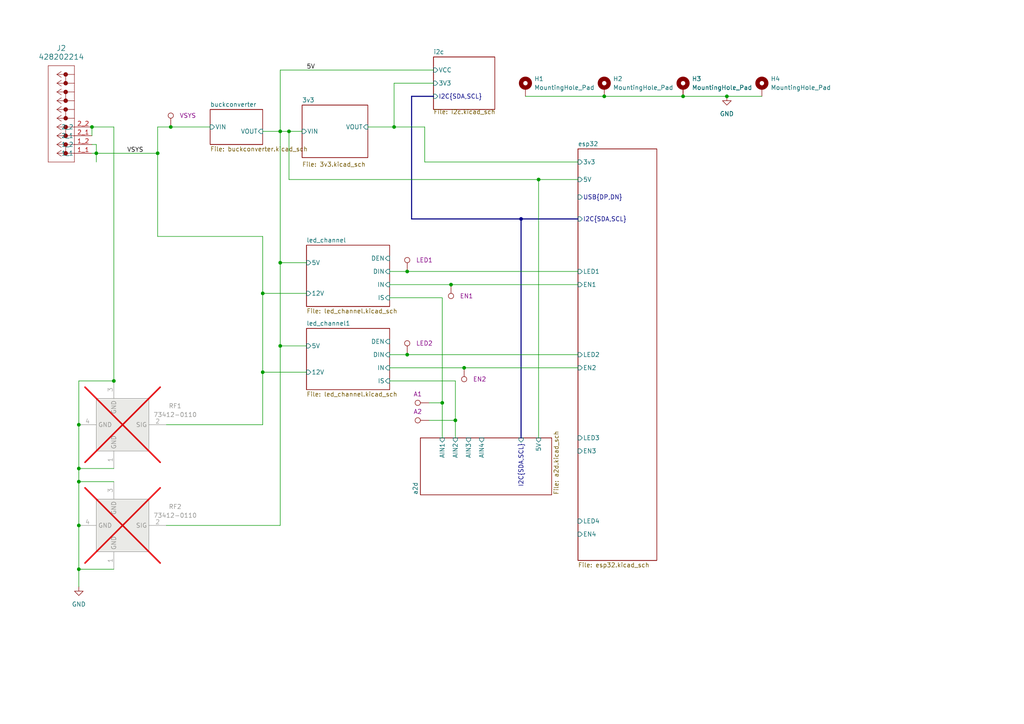
<source format=kicad_sch>
(kicad_sch (version 20250114) (generator "eeschema") (generator_version "9.0")
  (paper "A4")
  (lib_symbols
    (symbol "Mechanical:MountingHole_Pad" (pin_numbers (hide yes)) (pin_names (offset 1.016) (hide yes)) (exclude_from_sim yes) (in_bom no)
      (property "Reference" "H" (at 0 6.35 0))
      (property "Value" "MountingHole_Pad" (at 0 4.445 0))
      (symbol "MountingHole_Pad_0_1"
        (circle (center 0 1.27) (radius 1.27) (stroke (width 1.27)))
      )
      (symbol "MountingHole_Pad_1_1"
        (pin input line (at 0 -2.54 90) (length 2.54) (name "1") (number "1"))
      )
    )
    (symbol "easyeda2kicad:428202214" (pin_names (offset 0.254))
      (property "Reference" "J" (at 8.89 6.35 0))
      (property "Value" "428202214" (at 0 0 0))
      (symbol "428202214_1_1"
        (polyline (pts (xy 5.08 2.54) (xy 5.08 -25.4)) (stroke (width 0.127)))
        (polyline (pts (xy 5.08 -25.4) (xy 12.7 -25.4)) (stroke (width 0.127)))
        (polyline (pts (xy 7.62 0) (xy 7.62 -2.54)) (stroke (width 0.127)))
        (circle (center 7.62 0) (radius 0.127) (stroke (width 0.508)))
        (circle (center 7.62 -2.54) (radius 0.127) (stroke (width 0.508)))
        (polyline (pts (xy 7.62 -5.08) (xy 7.62 -7.62)) (stroke (width 0.127)))
        (circle (center 7.62 -5.08) (radius 0.127) (stroke (width 0.508)))
        (circle (center 7.62 -7.62) (radius 0.127) (stroke (width 0.508)))
        (polyline (pts (xy 7.62 -10.16) (xy 7.62 -12.7)) (stroke (width 0.127)))
        (circle (center 7.62 -10.16) (radius 0.127) (stroke (width 0.508)))
        (circle (center 7.62 -12.7) (radius 0.127) (stroke (width 0.508)))
        (polyline (pts (xy 7.62 -15.24) (xy 7.62 -17.78)) (stroke (width 0.127)))
        (circle (center 7.62 -15.24) (radius 0.127) (stroke (width 0.508)))
        (circle (center 7.62 -17.78) (radius 0.127) (stroke (width 0.508)))
        (polyline (pts (xy 7.62 -20.32) (xy 7.62 -22.86)) (stroke (width 0.127)))
        (circle (center 7.62 -20.32) (radius 0.127) (stroke (width 0.508)))
        (circle (center 7.62 -22.86) (radius 0.127) (stroke (width 0.508)))
        (polyline (pts (xy 10.16 0) (xy 5.08 0)) (stroke (width 0.127)))
        (polyline (pts (xy 10.16 0) (xy 8.89 0.8467)) (stroke (width 0.127)))
        (polyline (pts (xy 10.16 0) (xy 8.89 -0.8467)) (stroke (width 0.127)))
        (polyline (pts (xy 10.16 -2.54) (xy 5.08 -2.54)) (stroke (width 0.127)))
        (polyline (pts (xy 10.16 -2.54) (xy 8.89 -1.6933)) (stroke (width 0.127)))
        (polyline (pts (xy 10.16 -2.54) (xy 8.89 -3.3867)) (stroke (width 0.127)))
        (polyline (pts (xy 10.16 -5.08) (xy 5.08 -5.08)) (stroke (width 0.127)))
        (polyline (pts (xy 10.16 -5.08) (xy 8.89 -4.2333)) (stroke (width 0.127)))
        (polyline (pts (xy 10.16 -5.08) (xy 8.89 -5.9267)) (stroke (width 0.127)))
        (polyline (pts (xy 10.16 -7.62) (xy 5.08 -7.62)) (stroke (width 0.127)))
        (polyline (pts (xy 10.16 -7.62) (xy 8.89 -6.7733)) (stroke (width 0.127)))
        (polyline (pts (xy 10.16 -7.62) (xy 8.89 -8.4667)) (stroke (width 0.127)))
        (polyline (pts (xy 10.16 -10.16) (xy 5.08 -10.16)) (stroke (width 0.127)))
        (polyline (pts (xy 10.16 -10.16) (xy 8.89 -9.3133)) (stroke (width 0.127)))
        (polyline (pts (xy 10.16 -10.16) (xy 8.89 -11.0067)) (stroke (width 0.127)))
        (polyline (pts (xy 10.16 -12.7) (xy 5.08 -12.7)) (stroke (width 0.127)))
        (polyline (pts (xy 10.16 -12.7) (xy 8.89 -11.8533)) (stroke (width 0.127)))
        (polyline (pts (xy 10.16 -12.7) (xy 8.89 -13.5467)) (stroke (width 0.127)))
        (polyline (pts (xy 10.16 -15.24) (xy 5.08 -15.24)) (stroke (width 0.127)))
        (polyline (pts (xy 10.16 -15.24) (xy 8.89 -14.3933)) (stroke (width 0.127)))
        (polyline (pts (xy 10.16 -15.24) (xy 8.89 -16.0867)) (stroke (width 0.127)))
        (polyline (pts (xy 10.16 -17.78) (xy 5.08 -17.78)) (stroke (width 0.127)))
        (polyline (pts (xy 10.16 -17.78) (xy 8.89 -16.9333)) (stroke (width 0.127)))
        (polyline (pts (xy 10.16 -17.78) (xy 8.89 -18.6267)) (stroke (width 0.127)))
        (polyline (pts (xy 10.16 -20.32) (xy 5.08 -20.32)) (stroke (width 0.127)))
        (polyline (pts (xy 10.16 -20.32) (xy 8.89 -19.4733)) (stroke (width 0.127)))
        (polyline (pts (xy 10.16 -20.32) (xy 8.89 -21.1667)) (stroke (width 0.127)))
        (polyline (pts (xy 10.16 -22.86) (xy 5.08 -22.86)) (stroke (width 0.127)))
        (polyline (pts (xy 10.16 -22.86) (xy 8.89 -22.0133)) (stroke (width 0.127)))
        (polyline (pts (xy 10.16 -22.86) (xy 8.89 -23.7067)) (stroke (width 0.127)))
        (polyline (pts (xy 12.7 2.54) (xy 5.08 2.54)) (stroke (width 0.127)))
        (polyline (pts (xy 12.7 -25.4) (xy 12.7 2.54)) (stroke (width 0.127)))
        (pin unspecified line (at 0 0 0) (length 5.08) (name "1_1") (number "1_1"))
        (pin unspecified line (at 0 -2.54 0) (length 5.08) (name "1_2") (number "1_2"))
        (pin unspecified line (at 0 -5.08 0) (length 5.08) (name "2_1") (number "2_1"))
        (pin unspecified line (at 0 -7.62 0) (length 5.08) (name "2_2") (number "2_2"))
      )
      (symbol "428202214_1_2"
        (polyline (pts (xy 5.08 2.54) (xy 5.08 -10.16)) (stroke (width 0.127)))
        (polyline (pts (xy 5.08 -10.16) (xy 12.7 -10.16)) (stroke (width 0.127)))
        (polyline (pts (xy 6.35 0) (xy 6.35 -2.54)) (stroke (width 0.127)))
        (circle (center 6.35 0) (radius 0.127) (stroke (width 0.508)))
        (circle (center 6.35 -2.54) (radius 0.127) (stroke (width 0.508)))
        (polyline (pts (xy 6.35 -5.08) (xy 6.35 -7.62)) (stroke (width 0.127)))
        (circle (center 6.35 -5.08) (radius 0.127) (stroke (width 0.508)))
        (circle (center 6.35 -7.62) (radius 0.127) (stroke (width 0.508)))
        (polyline (pts (xy 7.62 0) (xy 5.08 0)) (stroke (width 0.127)))
        (polyline (pts (xy 7.62 0) (xy 8.89 0.8467)) (stroke (width 0.127)))
        (polyline (pts (xy 7.62 0) (xy 8.89 -0.8467)) (stroke (width 0.127)))
        (polyline (pts (xy 7.62 -2.54) (xy 5.08 -2.54)) (stroke (width 0.127)))
        (polyline (pts (xy 7.62 -2.54) (xy 8.89 -1.6933)) (stroke (width 0.127)))
        (polyline (pts (xy 7.62 -2.54) (xy 8.89 -3.3867)) (stroke (width 0.127)))
        (polyline (pts (xy 7.62 -5.08) (xy 5.08 -5.08)) (stroke (width 0.127)))
        (polyline (pts (xy 7.62 -5.08) (xy 8.89 -4.2333)) (stroke (width 0.127)))
        (polyline (pts (xy 7.62 -5.08) (xy 8.89 -5.9267)) (stroke (width 0.127)))
        (polyline (pts (xy 7.62 -7.62) (xy 5.08 -7.62)) (stroke (width 0.127)))
        (polyline (pts (xy 7.62 -7.62) (xy 8.89 -6.7733)) (stroke (width 0.127)))
        (polyline (pts (xy 7.62 -7.62) (xy 8.89 -8.4667)) (stroke (width 0.127)))
        (polyline (pts (xy 12.7 2.54) (xy 5.08 2.54)) (stroke (width 0.127)))
        (polyline (pts (xy 12.7 -10.16) (xy 12.7 2.54)) (stroke (width 0.127)))
        (pin unspecified line (at 0 0 0) (length 5.08) (name "1_1") (number "1_1"))
        (pin unspecified line (at 0 -2.54 0) (length 5.08) (name "1_2") (number "1_2"))
        (pin unspecified line (at 0 -5.08 0) (length 5.08) (name "2_1") (number "2_1"))
        (pin unspecified line (at 0 -7.62 0) (length 5.08) (name "2_2") (number "2_2"))
      )
    )
    (symbol "easyeda2kicad:73412-0110"
      (property "Reference" "RF" (at 0 20.32 0))
      (property "Value" "73412-0110" (at 0 -15.24 0))
      (symbol "73412-0110_0_1"
        (rectangle (start -7.62 10.16) (end 7.62 -5.08) (fill (type background)))
        (pin unspecified line (at -12.7 5.08 0) (length 5.08) (name "GND") (number "1"))
        (pin unspecified line (at 0 15.24 270) (length 5.08) (name "GND") (number "4"))
        (pin unspecified line (at 0 -10.16 90) (length 5.08) (name "SIG") (number "2"))
        (pin unspecified line (at 12.7 5.08 180) (length 5.08) (name "GND") (number "3"))
      )
    )
    (symbol "easyeda2kicad:LabeledTestPoint" (pin_numbers (hide yes)) (pin_names (offset 0.762) (hide yes)) (in_bom no)
      (property "Label" "label" (at 0 5.08 0))
      (symbol "LabeledTestPoint_0_1"
        (circle (center 0 3.302) (radius 0.762))
      )
      (symbol "LabeledTestPoint_1_1"
        (pin passive line (at 0 0 90) (length 2.54) (name "1") (number "1"))
      )
    )
    (symbol "power:GND" (power) (pin_numbers (hide yes)) (pin_names (offset 0) (hide yes))
      (property "Value" "GND" (at 0 -3.81 0))
      (symbol "GND_0_1"
        (polyline (pts (xy 0 0) (xy 0 -1.27) (xy 1.27 -1.27) (xy 0 -2.54) (xy -1.27 -1.27) (xy 0 -1.27)))
      )
      (symbol "GND_1_1"
        (pin power_in line (at 0 0 270) (length 0) (name "~") (number "1"))
      )
    )
  )
  (junction (at 130.81 82.55))
  (junction (at 175.26 27.94))
  (junction (at 128.27 116.84))
  (junction (at 45.72 44.45))
  (junction (at 76.2 107.95))
  (junction (at 22.86 123.19))
  (junction (at 118.11 102.87))
  (junction (at 156.21 52.07))
  (junction (at 81.28 100.33))
  (junction (at 26.67 36.83))
  (junction (at 22.86 139.7))
  (junction (at 134.62 106.68))
  (junction (at 198.12 27.94))
  (junction (at 33.02 110.49))
  (junction (at 114.3 36.83))
  (junction (at 118.11 78.74))
  (junction (at 22.86 135.89))
  (junction (at 27.94 44.45))
  (junction (at 22.86 165.1))
  (junction (at 81.28 76.2))
  (junction (at 83.82 38.1))
  (junction (at 76.2 85.09))
  (junction (at 132.08 121.92))
  (junction (at 22.86 152.4))
  (junction (at 81.28 38.1))
  (junction (at 210.82 27.94))
  (junction (at 151.13 63.5))
  (junction (at 49.53 36.83))
  (wire (pts (xy 175.26 27.94) (xy 198.12 27.94)))
  (wire (pts (xy 81.28 20.32) (xy 81.28 38.1)))
  (wire (pts (xy 114.3 36.83) (xy 123.19 36.83)))
  (wire (pts (xy 76.2 38.1) (xy 81.28 38.1)))
  (wire (pts (xy 81.28 100.33) (xy 88.9 100.33)))
  (wire (pts (xy 22.86 110.49) (xy 22.86 123.19)))
  (wire (pts (xy 88.9 107.95) (xy 76.2 107.95)))
  (wire (pts (xy 81.28 76.2) (xy 88.9 76.2)))
  (wire (pts (xy 26.67 36.83) (xy 26.67 39.37)))
  (wire (pts (xy 113.03 106.68) (xy 134.62 106.68)))
  (wire (pts (xy 128.27 86.36) (xy 128.27 116.84)))
  (wire (pts (xy 33.02 36.83) (xy 33.02 110.49)))
  (bus (pts (xy 119.38 27.94) (xy 119.38 63.5)))
  (wire (pts (xy 81.28 38.1) (xy 83.82 38.1)))
  (wire (pts (xy 114.3 24.13) (xy 114.3 36.83)))
  (wire (pts (xy 113.03 86.36) (xy 128.27 86.36)))
  (wire (pts (xy 45.72 44.45) (xy 45.72 68.58)))
  (wire (pts (xy 132.08 110.49) (xy 132.08 121.92)))
  (wire (pts (xy 152.4 27.94) (xy 175.26 27.94)))
  (wire (pts (xy 27.94 41.91) (xy 26.67 41.91)))
  (wire (pts (xy 88.9 85.09) (xy 76.2 85.09)))
  (wire (pts (xy 33.02 110.49) (xy 22.86 110.49)))
  (wire (pts (xy 22.86 165.1) (xy 33.02 165.1)))
  (wire (pts (xy 81.28 100.33) (xy 81.28 152.4)))
  (wire (pts (xy 81.28 100.33) (xy 81.28 76.2)))
  (wire (pts (xy 124.46 116.84) (xy 128.27 116.84)))
  (wire (pts (xy 26.67 36.83) (xy 33.02 36.83)))
  (wire (pts (xy 156.21 52.07) (xy 156.21 127)))
  (wire (pts (xy 76.2 107.95) (xy 76.2 123.19)))
  (wire (pts (xy 81.28 76.2) (xy 81.28 38.1)))
  (wire (pts (xy 124.46 121.92) (xy 132.08 121.92)))
  (wire (pts (xy 113.03 78.74) (xy 118.11 78.74)))
  (wire (pts (xy 48.26 123.19) (xy 76.2 123.19)))
  (wire (pts (xy 81.28 20.32) (xy 125.73 20.32)))
  (wire (pts (xy 76.2 68.58) (xy 76.2 85.09)))
  (wire (pts (xy 198.12 27.94) (xy 210.82 27.94)))
  (wire (pts (xy 22.86 139.7) (xy 22.86 152.4)))
  (wire (pts (xy 27.94 44.45) (xy 27.94 46.99)))
  (wire (pts (xy 26.67 44.45) (xy 27.94 44.45)))
  (wire (pts (xy 113.03 102.87) (xy 118.11 102.87)))
  (wire (pts (xy 156.21 52.07) (xy 167.64 52.07)))
  (wire (pts (xy 48.26 152.4) (xy 81.28 152.4)))
  (wire (pts (xy 83.82 52.07) (xy 156.21 52.07)))
  (wire (pts (xy 22.86 139.7) (xy 33.02 139.7)))
  (wire (pts (xy 27.94 44.45) (xy 27.94 41.91)))
  (wire (pts (xy 210.82 27.94) (xy 220.98 27.94)))
  (bus (pts (xy 151.13 63.5) (xy 167.64 63.5)))
  (wire (pts (xy 118.11 102.87) (xy 167.64 102.87)))
  (bus (pts (xy 119.38 63.5) (xy 151.13 63.5)))
  (wire (pts (xy 113.03 82.55) (xy 130.81 82.55)))
  (wire (pts (xy 83.82 52.07) (xy 83.82 38.1)))
  (wire (pts (xy 76.2 85.09) (xy 76.2 107.95)))
  (wire (pts (xy 27.94 44.45) (xy 45.72 44.45)))
  (wire (pts (xy 45.72 36.83) (xy 49.53 36.83)))
  (wire (pts (xy 106.68 36.83) (xy 114.3 36.83)))
  (wire (pts (xy 22.86 123.19) (xy 22.86 135.89)))
  (bus (pts (xy 125.73 27.94) (xy 119.38 27.94)))
  (wire (pts (xy 125.73 24.13) (xy 114.3 24.13)))
  (wire (pts (xy 49.53 36.83) (xy 60.96 36.83)))
  (wire (pts (xy 45.72 36.83) (xy 45.72 44.45)))
  (wire (pts (xy 22.86 152.4) (xy 22.86 165.1)))
  (wire (pts (xy 76.2 68.58) (xy 45.72 68.58)))
  (wire (pts (xy 118.11 78.74) (xy 167.64 78.74)))
  (bus (pts (xy 151.13 63.5) (xy 151.13 127)))
  (wire (pts (xy 83.82 38.1) (xy 87.63 38.1)))
  (wire (pts (xy 113.03 110.49) (xy 132.08 110.49)))
  (wire (pts (xy 123.19 36.83) (xy 123.19 46.99)))
  (wire (pts (xy 22.86 165.1) (xy 22.86 170.18)))
  (wire (pts (xy 22.86 135.89) (xy 22.86 139.7)))
  (wire (pts (xy 130.81 82.55) (xy 167.64 82.55)))
  (wire (pts (xy 128.27 116.84) (xy 128.27 127)))
  (wire (pts (xy 132.08 121.92) (xy 132.08 127)))
  (wire (pts (xy 123.19 46.99) (xy 167.64 46.99)))
  (wire (pts (xy 22.86 135.89) (xy 33.02 135.89)))
  (wire (pts (xy 134.62 106.68) (xy 167.64 106.68)))
  (label "5V" (at 88.9 20.32 0))
  (label "VSYS" (at 36.83 44.45 0))
  (symbol (lib_id "power:GND") (at 210.82 27.94 0) (unit 1)
    (property "Reference" "#PWR04" (effects (hide yes)))
    (property "Value" "GND" (at 210.82 33.02 0))
    (property "Description" "Power symbol creates a global label with name \"GND\" , ground" (effects (hide yes)))
  )
  (symbol (lib_id "Mechanical:MountingHole_Pad") (at 198.12 25.4 0) (unit 1) (exclude_from_sim yes) (in_bom no)
    (property "Reference" "H3" (at 200.66 22.8599 0) (effects (justify left)))
    (property "Value" "MountingHole_Pad" (at 200.66 25.3999 0) (effects (justify left)))
    (property "Footprint" "MountingHole:MountingHole_3.2mm_M3_Pad_Via" (effects (hide yes)))
    (property "Description" "Mounting Hole with connection" (effects (hide yes)))
  )
  (symbol (lib_id "easyeda2kicad:428202214") (at 26.67 44.45 180) (unit 1)
    (property "Reference" "J2" (at 17.78 13.97 0) (effects (font (size 1.524 1.524))))
    (property "Value" "428202214" (at 17.78 16.51 0) (effects (font (size 1.524 1.524))))
    (property "Footprint" "easyeda2kicad:CONN_SDA-42820-0002_02_RC_MOL" (effects (hide yes)))
    (property "Datasheet" "https://www.molex.com/en-us/products/part-detail-pdf/428202214?display=pdf" (effects (hide yes)))
  )
  (symbol (lib_id "easyeda2kicad:LabeledTestPoint") (at 134.62 106.68 180) (unit 1) (in_bom no)
    (property "Reference" "TP9" (effects (hide yes)))
    (property "Value" "LabeledTestPoint" (effects (hide yes)))
    (property "Footprint" "easyeda2kicad:LabeledTestPoint" (effects (hide yes)))
    (property "Description" "test point" (effects (hide yes)))
    (property "Label" "EN2" (at 137.16 109.9819 0) (effects (justify right)))
  )
  (symbol (lib_id "easyeda2kicad:LabeledTestPoint") (at 130.81 82.55 180) (unit 1) (in_bom no)
    (property "Reference" "TP7" (effects (hide yes)))
    (property "Value" "LabeledTestPoint" (effects (hide yes)))
    (property "Footprint" "easyeda2kicad:LabeledTestPoint" (effects (hide yes)))
    (property "Description" "test point" (effects (hide yes)))
    (property "Label" "EN1" (at 133.35 85.8519 0) (effects (justify right)))
  )
  (symbol (lib_id "Mechanical:MountingHole_Pad") (at 220.98 25.4 0) (unit 1) (exclude_from_sim yes) (in_bom no)
    (property "Reference" "H4" (at 223.52 22.8599 0) (effects (justify left)))
    (property "Value" "MountingHole_Pad" (at 223.52 25.3999 0) (effects (justify left)))
    (property "Footprint" "MountingHole:MountingHole_3.2mm_M3_Pad_Via" (effects (hide yes)))
    (property "Description" "Mounting Hole with connection" (effects (hide yes)))
  )
  (symbol (lib_id "easyeda2kicad:LabeledTestPoint") (at 124.46 116.84 90) (unit 1) (in_bom no)
    (property "Reference" "TP4" (effects (hide yes)))
    (property "Value" "LabeledTestPoint" (effects (hide yes)))
    (property "Footprint" "easyeda2kicad:LabeledTestPoint" (effects (hide yes)))
    (property "Description" "test point" (effects (hide yes)))
    (property "Label" "A1" (at 121.158 114.3 90))
  )
  (symbol (lib_id "easyeda2kicad:LabeledTestPoint") (at 49.53 36.83 0) (unit 1) (in_bom no)
    (property "Reference" "TP1" (effects (hide yes)))
    (property "Value" "LabeledTestPoint" (effects (hide yes)))
    (property "Footprint" "easyeda2kicad:LabeledTestPoint" (effects (hide yes)))
    (property "Description" "test point" (effects (hide yes)))
    (property "Label" "VSYS" (at 52.07 33.5279 0) (effects (justify left)))
  )
  (symbol (lib_id "easyeda2kicad:LabeledTestPoint") (at 118.11 78.74 0) (unit 1) (in_bom no)
    (property "Reference" "TP2" (effects (hide yes)))
    (property "Value" "LabeledTestPoint" (effects (hide yes)))
    (property "Footprint" "easyeda2kicad:LabeledTestPoint" (effects (hide yes)))
    (property "Description" "test point" (effects (hide yes)))
    (property "Label" "LED1" (at 120.65 75.4379 0) (effects (justify left)))
  )
  (symbol (lib_id "power:GND") (at 22.86 170.18 0) (unit 1)
    (property "Reference" "#PWR03" (effects (hide yes)))
    (property "Value" "GND" (at 22.86 175.26 0))
    (property "Description" "Power symbol creates a global label with name \"GND\" , ground" (effects (hide yes)))
  )
  (symbol (lib_id "Mechanical:MountingHole_Pad") (at 175.26 25.4 0) (unit 1) (exclude_from_sim yes) (in_bom no)
    (property "Reference" "H2" (at 177.8 22.8599 0) (effects (justify left)))
    (property "Value" "MountingHole_Pad" (at 177.8 25.3999 0) (effects (justify left)))
    (property "Footprint" "MountingHole:MountingHole_3.2mm_M3_Pad_Via" (effects (hide yes)))
    (property "Description" "Mounting Hole with connection" (effects (hide yes)))
  )
  (symbol (lib_id "easyeda2kicad:LabeledTestPoint") (at 124.46 121.92 90) (unit 1) (in_bom no)
    (property "Reference" "TP5" (effects (hide yes)))
    (property "Value" "LabeledTestPoint" (effects (hide yes)))
    (property "Footprint" "easyeda2kicad:LabeledTestPoint" (effects (hide yes)))
    (property "Description" "test point" (effects (hide yes)))
    (property "Label" "A2" (at 121.158 119.38 90))
  )
  (symbol (lib_id "easyeda2kicad:73412-0110") (at 38.1 123.19 90) (unit 1) (in_bom no) (dnp yes)
    (property "Reference" "RF1" (at 50.8 117.7446 90))
    (property "Value" "73412-0110" (at 50.8 120.2846 90))
    (property "Footprint" "easyeda2kicad:ANT-SMD_73412-0110" (effects (hide yes)))
    (property "Datasheet" "https://lcsc.com/product-detail/RF-Connectors-Coaxial-Connectors_MOLEX-73412-0110_C434806.html" (effects (hide yes)))
    (property "LCSC Part" "C434806" (effects (hide yes)))
  )
  (symbol (lib_id "easyeda2kicad:73412-0110") (at 38.1 152.4 90) (unit 1) (in_bom no) (dnp yes)
    (property "Reference" "RF2" (at 50.8 146.9546 90))
    (property "Value" "73412-0110" (at 50.8 149.4946 90))
    (property "Footprint" "easyeda2kicad:ANT-SMD_73412-0110" (effects (hide yes)))
    (property "Datasheet" "https://lcsc.com/product-detail/RF-Connectors-Coaxial-Connectors_MOLEX-73412-0110_C434806.html" (effects (hide yes)))
    (property "LCSC Part" "C434806" (effects (hide yes)))
  )
  (symbol (lib_id "easyeda2kicad:LabeledTestPoint") (at 118.11 102.87 0) (unit 1) (in_bom no)
    (property "Reference" "TP3" (effects (hide yes)))
    (property "Value" "LabeledTestPoint" (effects (hide yes)))
    (property "Footprint" "easyeda2kicad:LabeledTestPoint" (effects (hide yes)))
    (property "Description" "test point" (effects (hide yes)))
    (property "Label" "LED2" (at 120.65 99.5679 0) (effects (justify left)))
  )
  (symbol (lib_id "Mechanical:MountingHole_Pad") (at 152.4 25.4 0) (unit 1) (exclude_from_sim yes) (in_bom no)
    (property "Reference" "H1" (at 154.94 22.8599 0) (effects (justify left)))
    (property "Value" "MountingHole_Pad" (at 154.94 25.3999 0) (effects (justify left)))
    (property "Footprint" "MountingHole:MountingHole_3.2mm_M3_Pad_Via" (effects (hide yes)))
    (property "Description" "Mounting Hole with connection" (effects (hide yes)))
  )
  (sheet (at 88.9 95.25) (size 24.13 17.78) (stroke (width 0.1524))
    (property "Sheetname" "led_channel1" (at 88.9 94.5384 0) (effects (justify left bottom)))
    (property "Sheetfile" "led_channel.kicad_sch" (at 88.9 113.6146 0) (effects (justify left top)))
    (pin "12V" input (at 88.9 107.95 180))
    (pin "DEN" input (at 113.03 99.06 0))
    (pin "DIN" input (at 113.03 102.87 0))
    (pin "IN" input (at 113.03 106.68 0))
    (pin "IS" input (at 113.03 110.49 0))
    (pin "5V" input (at 88.9 100.33 180))
  )
  (sheet (at 125.73 16.51) (size 17.78 15.24) (stroke (width 0.1524))
    (property "Sheetname" "i2c" (at 125.73 15.7984 0) (effects (justify left bottom)))
    (property "Sheetfile" "i2c.kicad_sch" (at 125.73 31.6996 0) (effects (justify left top)))
    (pin "3V3" input (at 125.73 24.13 180))
    (pin "VCC" input (at 125.73 20.32 180))
    (pin "I2C{SDA,SCL}" input (at 125.73 27.94 180))
  )
  (sheet (at 167.64 43.18) (size 22.86 119.38) (stroke (width 0.1524))
    (property "Sheetname" "esp32" (at 167.64 42.4684 0) (effects (justify left bottom)))
    (property "Sheetfile" "esp32.kicad_sch" (at 167.64 163.1446 0) (effects (justify left top)))
    (pin "3v3" input (at 167.64 46.99 180))
    (pin "I2C{SDA,SCL}" input (at 167.64 63.5 180))
    (pin "5V" input (at 167.64 52.07 180))
    (pin "USB{DP,DN}" input (at 167.64 57.15 180))
    (pin "EN1" input (at 167.64 82.55 180))
    (pin "EN2" input (at 167.64 106.68 180))
    (pin "EN3" input (at 167.64 130.81 180))
    (pin "EN4" input (at 167.64 154.94 180))
    (pin "LED1" input (at 167.64 78.74 180))
    (pin "LED2" input (at 167.64 102.87 180))
    (pin "LED3" input (at 167.64 127 180))
    (pin "LED4" input (at 167.64 151.13 180))
  )
  (sheet (at 60.96 31.75) (size 15.24 10.16) (stroke (width 0.1524))
    (property "Sheetname" "buckconverter" (at 60.96 31.0384 0) (effects (justify left bottom)))
    (property "Sheetfile" "buckconverter.kicad_sch" (at 60.96 42.4946 0) (effects (justify left top)))
    (pin "VIN" input (at 60.96 36.83 180))
    (pin "VOUT" input (at 76.2 38.1 0))
  )
  (sheet (at 121.92 127) (size 38.1 16.51) (stroke (width 0.1524))
    (property "Sheetname" "a2d" (at 121.2084 143.51 90) (effects (justify left bottom)))
    (property "Sheetfile" "a2d.kicad_sch" (at 160.6046 143.51 90) (effects (justify left top)))
    (pin "5V" input (at 156.21 127 90))
    (pin "AIN1" input (at 128.27 127 90))
    (pin "AIN2" input (at 132.08 127 90))
    (pin "AIN3" input (at 135.89 127 90))
    (pin "AIN4" input (at 139.7 127 90))
    (pin "I2C{SDA,SCL}" input (at 151.13 127 90))
  )
  (sheet (at 88.9 71.12) (size 24.13 17.78) (stroke (width 0.1524))
    (property "Sheetname" "led_channel" (at 88.9 70.4084 0) (effects (justify left bottom)))
    (property "Sheetfile" "led_channel.kicad_sch" (at 88.9 89.4846 0) (effects (justify left top)))
    (pin "12V" input (at 88.9 85.09 180))
    (pin "DEN" input (at 113.03 74.93 0))
    (pin "DIN" input (at 113.03 78.74 0))
    (pin "IN" input (at 113.03 82.55 0))
    (pin "IS" input (at 113.03 86.36 0))
    (pin "5V" input (at 88.9 76.2 180))
  )
  (sheet (at 87.63 30.48) (size 19.05 15.24) (stroke (width 0.1524))
    (property "Sheetname" "3v3" (at 87.63 29.7684 0) (effects (justify left bottom)))
    (property "Sheetfile" "3v3.kicad_sch" (at 87.63 46.9396 0) (effects (justify left top)))
    (pin "VIN" input (at 87.63 38.1 180))
    (pin "VOUT" input (at 106.68 36.83 0))
  )
)
</source>
